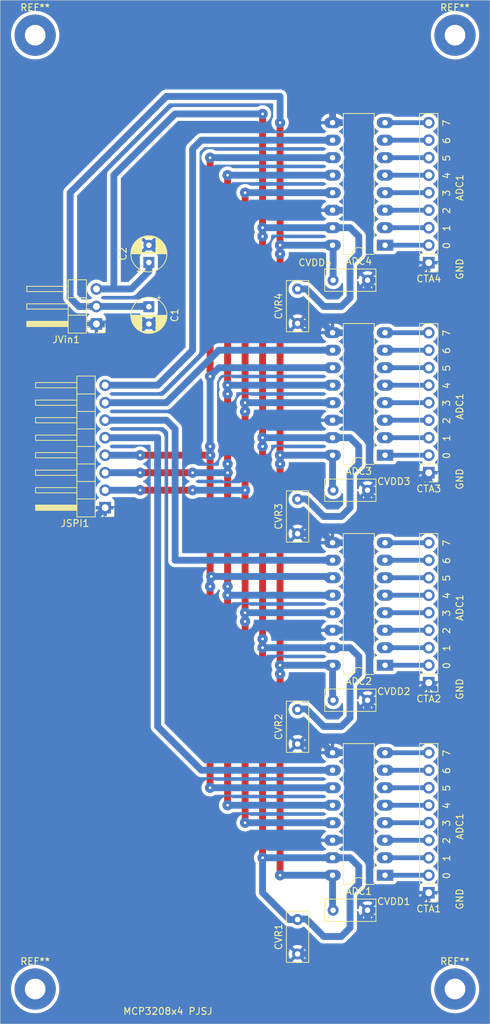
<source format=kicad_pcb>
(kicad_pcb (version 20240108) (generator "pcbnew") (generator_version "8.0")
  (layers (0 "F.Cu" signal) (31 "B.Cu" signal) (34 "B.Paste" user) (35 "F.Paste" user) (36 "B.SilkS" user "B.Silkscreen") (37 "F.SilkS" user "F.Silkscreen") (38 "B.Mask" user) (39 "F.Mask" user) (44 "Edge.Cuts" user))
  (net 0 "")
  (net 1 "/VDD")
  (net 2 "Net-(ADC1-CH7)")
  (net 3 "/Vref")
  (net 4 "Net-(ADC1-CH0)")
  (net 5 "GND")
  (net 6 "Net-(ADC1-CH5)")
  (net 7 "Net-(ADC1-CH3)")
  (net 8 "Net-(ADC1-CH6)")
  (net 9 "Net-(ADC1-CH2)")
  (net 10 "Net-(ADC1-CH1)")
  (net 11 "Net-(ADC1-CH4)")
  (net 12 "Net-(ADC2-CH1)")
  (net 13 "Net-(ADC2-CH6)")
  (net 14 "Net-(ADC2-CH4)")
  (net 15 "/CLK")
  (net 16 "/MISO")
  (net 17 "/MOSI")
  (net 18 "/CS1")
  (net 19 "Net-(ADC2-CH3)")
  (net 20 "Net-(ADC2-CH2)")
  (net 21 "Net-(ADC2-CH5)")
  (net 22 "Net-(ADC2-CH0)")
  (net 23 "Net-(ADC2-CH7)")
  (net 24 "Net-(ADC3-CH0)")
  (net 25 "/CS2")
  (net 26 "Net-(ADC3-CH5)")
  (net 27 "Net-(ADC3-CH3)")
  (net 28 "Net-(ADC3-CH2)")
  (net 29 "Net-(ADC3-CH6)")
  (net 30 "Net-(ADC3-CH1)")
  (net 31 "Net-(ADC3-CH7)")
  (net 32 "Net-(ADC3-CH4)")
  (net 33 "Net-(ADC4-CH0)")
  (net 34 "/CS3")
  (net 35 "Net-(ADC4-CH5)")
  (net 36 "Net-(ADC4-CH1)")
  (net 37 "Net-(ADC4-CH2)")
  (net 38 "Net-(ADC4-CH7)")
  (net 39 "Net-(ADC4-CH6)")
  (net 40 "Net-(ADC4-CH4)")
  (net 41 "Net-(ADC4-CH3)")
  (net 42 "/CS4")
  (footprint "Package_DIP:DIP-16_W7.62mm_LongPads" (layer "F.Cu") (at 135.89 154.94 180)
    (property "Reference" "ADC1" (at 3.81 -2.33 0) (layer "F.SilkS"))
    (property "Value" "MCP3208")
    (pad "1" thru_hole rect (at 0 0 180) (size 2.4 1.6) (drill 0.8) (layers "*.Cu" "*.Mask") (net 4 "Net-(ADC1-CH0)"))
    (pad "2" thru_hole oval (at 0 2.54 180) (size 2.4 1.6) (drill 0.8) (layers "*.Cu" "*.Mask") (net 10 "Net-(ADC1-CH1)"))
    (pad "3" thru_hole oval (at 0 5.08 180) (size 2.4 1.6) (drill 0.8) (layers "*.Cu" "*.Mask") (net 9 "Net-(ADC1-CH2)"))
    (pad "4" thru_hole oval (at 0 7.62 180) (size 2.4 1.6) (drill 0.8) (layers "*.Cu" "*.Mask") (net 7 "Net-(ADC1-CH3)"))
    (pad "5" thru_hole oval (at 0 10.16 180) (size 2.4 1.6) (drill 0.8) (layers "*.Cu" "*.Mask") (net 11 "Net-(ADC1-CH4)"))
    (pad "6" thru_hole oval (at 0 12.7 180) (size 2.4 1.6) (drill 0.8) (layers "*.Cu" "*.Mask") (net 6 "Net-(ADC1-CH5)"))
    (pad "7" thru_hole oval (at 0 15.24 180) (size 2.4 1.6) (drill 0.8) (layers "*.Cu" "*.Mask") (net 8 "Net-(ADC1-CH6)"))
    (pad "8" thru_hole oval (at 0 17.78 180) (size 2.4 1.6) (drill 0.8) (layers "*.Cu" "*.Mask") (net 2 "Net-(ADC1-CH7)"))
    (pad "9" thru_hole oval (at 7.62 17.78 180) (size 2.4 1.6) (drill 0.8) (layers "*.Cu" "*.Mask") (net 5 "GND"))
    (pad "10" thru_hole oval (at 7.62 15.24 180) (size 2.4 1.6) (drill 0.8) (layers "*.Cu" "*.Mask") (net 18 "/CS1"))
    (pad "11" thru_hole oval (at 7.62 12.7 180) (size 2.4 1.6) (drill 0.8) (layers "*.Cu" "*.Mask") (net 17 "/MOSI"))
    (pad "12" thru_hole oval (at 7.62 10.16 180) (size 2.4 1.6) (drill 0.8) (layers "*.Cu" "*.Mask") (net 16 "/MISO"))
    (pad "13" thru_hole oval (at 7.62 7.62 180) (size 2.4 1.6) (drill 0.8) (layers "*.Cu" "*.Mask") (net 15 "/CLK"))
    (pad "14" thru_hole oval (at 7.62 5.08 180) (size 2.4 1.6) (drill 0.8) (layers "*.Cu" "*.Mask") (net 5 "GND"))
    (pad "15" thru_hole oval (at 7.62 2.54 180) (size 2.4 1.6) (drill 0.8) (layers "*.Cu" "*.Mask") (net 3 "/Vref"))
    (pad "16" thru_hole oval (at 7.62 0 180) (size 2.4 1.6) (drill 0.8) (layers "*.Cu" "*.Mask") (net 1 "/VDD"))
  )
  (footprint "Package_DIP:DIP-16_W7.62mm_LongPads" (layer "F.Cu") (at 135.89 124.46 180)
    (property "Reference" "ADC2" (at 3.81 -2.33 0) (layer "F.SilkS"))
    (property "Value" "MCP3208")
    (pad "1" thru_hole rect (at 0 0 180) (size 2.4 1.6) (drill 0.8) (layers "*.Cu" "*.Mask") (net 22 "Net-(ADC2-CH0)"))
    (pad "2" thru_hole oval (at 0 2.54 180) (size 2.4 1.6) (drill 0.8) (layers "*.Cu" "*.Mask") (net 12 "Net-(ADC2-CH1)"))
    (pad "3" thru_hole oval (at 0 5.08 180) (size 2.4 1.6) (drill 0.8) (layers "*.Cu" "*.Mask") (net 20 "Net-(ADC2-CH2)"))
    (pad "4" thru_hole oval (at 0 7.62 180) (size 2.4 1.6) (drill 0.8) (layers "*.Cu" "*.Mask") (net 19 "Net-(ADC2-CH3)"))
    (pad "5" thru_hole oval (at 0 10.16 180) (size 2.4 1.6) (drill 0.8) (layers "*.Cu" "*.Mask") (net 14 "Net-(ADC2-CH4)"))
    (pad "6" thru_hole oval (at 0 12.7 180) (size 2.4 1.6) (drill 0.8) (layers "*.Cu" "*.Mask") (net 21 "Net-(ADC2-CH5)"))
    (pad "7" thru_hole oval (at 0 15.24 180) (size 2.4 1.6) (drill 0.8) (layers "*.Cu" "*.Mask") (net 13 "Net-(ADC2-CH6)"))
    (pad "8" thru_hole oval (at 0 17.78 180) (size 2.4 1.6) (drill 0.8) (layers "*.Cu" "*.Mask") (net 23 "Net-(ADC2-CH7)"))
    (pad "9" thru_hole oval (at 7.62 17.78 180) (size 2.4 1.6) (drill 0.8) (layers "*.Cu" "*.Mask") (net 5 "GND"))
    (pad "10" thru_hole oval (at 7.62 15.24 180) (size 2.4 1.6) (drill 0.8) (layers "*.Cu" "*.Mask") (net 25 "/CS2"))
    (pad "11" thru_hole oval (at 7.62 12.7 180) (size 2.4 1.6) (drill 0.8) (layers "*.Cu" "*.Mask") (net 17 "/MOSI"))
    (pad "12" thru_hole oval (at 7.62 10.16 180) (size 2.4 1.6) (drill 0.8) (layers "*.Cu" "*.Mask") (net 16 "/MISO"))
    (pad "13" thru_hole oval (at 7.62 7.62 180) (size 2.4 1.6) (drill 0.8) (layers "*.Cu" "*.Mask") (net 15 "/CLK"))
    (pad "14" thru_hole oval (at 7.62 5.08 180) (size 2.4 1.6) (drill 0.8) (layers "*.Cu" "*.Mask") (net 5 "GND"))
    (pad "15" thru_hole oval (at 7.62 2.54 180) (size 2.4 1.6) (drill 0.8) (layers "*.Cu" "*.Mask") (net 3 "/Vref"))
    (pad "16" thru_hole oval (at 7.62 0 180) (size 2.4 1.6) (drill 0.8) (layers "*.Cu" "*.Mask") (net 1 "/VDD"))
  )
  (footprint "Package_DIP:DIP-16_W7.62mm_LongPads" (layer "F.Cu") (at 135.89 93.98 180)
    (property "Reference" "ADC3" (at 3.81 -2.33 0) (layer "F.SilkS"))
    (property "Value" "MCP3208")
    (pad "1" thru_hole rect (at 0 0 180) (size 2.4 1.6) (drill 0.8) (layers "*.Cu" "*.Mask") (net 24 "Net-(ADC3-CH0)"))
    (pad "2" thru_hole oval (at 0 2.54 180) (size 2.4 1.6) (drill 0.8) (layers "*.Cu" "*.Mask") (net 30 "Net-(ADC3-CH1)"))
    (pad "3" thru_hole oval (at 0 5.08 180) (size 2.4 1.6) (drill 0.8) (layers "*.Cu" "*.Mask") (net 28 "Net-(ADC3-CH2)"))
    (pad "4" thru_hole oval (at 0 7.62 180) (size 2.4 1.6) (drill 0.8) (layers "*.Cu" "*.Mask") (net 27 "Net-(ADC3-CH3)"))
    (pad "5" thru_hole oval (at 0 10.16 180) (size 2.4 1.6) (drill 0.8) (layers "*.Cu" "*.Mask") (net 32 "Net-(ADC3-CH4)"))
    (pad "6" thru_hole oval (at 0 12.7 180) (size 2.4 1.6) (drill 0.8) (layers "*.Cu" "*.Mask") (net 26 "Net-(ADC3-CH5)"))
    (pad "7" thru_hole oval (at 0 15.24 180) (size 2.4 1.6) (drill 0.8) (layers "*.Cu" "*.Mask") (net 29 "Net-(ADC3-CH6)"))
    (pad "8" thru_hole oval (at 0 17.78 180) (size 2.4 1.6) (drill 0.8) (layers "*.Cu" "*.Mask") (net 31 "Net-(ADC3-CH7)"))
    (pad "9" thru_hole oval (at 7.62 17.78 180) (size 2.4 1.6) (drill 0.8) (layers "*.Cu" "*.Mask") (net 5 "GND"))
    (pad "10" thru_hole oval (at 7.62 15.24 180) (size 2.4 1.6) (drill 0.8) (layers "*.Cu" "*.Mask") (net 34 "/CS3"))
    (pad "11" thru_hole oval (at 7.62 12.7 180) (size 2.4 1.6) (drill 0.8) (layers "*.Cu" "*.Mask") (net 17 "/MOSI"))
    (pad "12" thru_hole oval (at 7.62 10.16 180) (size 2.4 1.6) (drill 0.8) (layers "*.Cu" "*.Mask") (net 16 "/MISO"))
    (pad "13" thru_hole oval (at 7.62 7.62 180) (size 2.4 1.6) (drill 0.8) (layers "*.Cu" "*.Mask") (net 15 "/CLK"))
    (pad "14" thru_hole oval (at 7.62 5.08 180) (size 2.4 1.6) (drill 0.8) (layers "*.Cu" "*.Mask") (net 5 "GND"))
    (pad "15" thru_hole oval (at 7.62 2.54 180) (size 2.4 1.6) (drill 0.8) (layers "*.Cu" "*.Mask") (net 3 "/Vref"))
    (pad "16" thru_hole oval (at 7.62 0 180) (size 2.4 1.6) (drill 0.8) (layers "*.Cu" "*.Mask") (net 1 "/VDD"))
  )
  (footprint "Package_DIP:DIP-16_W7.62mm_LongPads" (layer "F.Cu") (at 135.89 63.5 180)
    (property "Reference" "ADC4" (at 3.81 -2.33 0) (layer "F.SilkS"))
    (property "Value" "MCP3208")
    (pad "1" thru_hole rect (at 0 0 180) (size 2.4 1.6) (drill 0.8) (layers "*.Cu" "*.Mask") (net 33 "Net-(ADC4-CH0)"))
    (pad "2" thru_hole oval (at 0 2.54 180) (size 2.4 1.6) (drill 0.8) (layers "*.Cu" "*.Mask") (net 36 "Net-(ADC4-CH1)"))
    (pad "3" thru_hole oval (at 0 5.08 180) (size 2.4 1.6) (drill 0.8) (layers "*.Cu" "*.Mask") (net 37 "Net-(ADC4-CH2)"))
    (pad "4" thru_hole oval (at 0 7.62 180) (size 2.4 1.6) (drill 0.8) (layers "*.Cu" "*.Mask") (net 41 "Net-(ADC4-CH3)"))
    (pad "5" thru_hole oval (at 0 10.16 180) (size 2.4 1.6) (drill 0.8) (layers "*.Cu" "*.Mask") (net 40 "Net-(ADC4-CH4)"))
    (pad "6" thru_hole oval (at 0 12.7 180) (size 2.4 1.6) (drill 0.8) (layers "*.Cu" "*.Mask") (net 35 "Net-(ADC4-CH5)"))
    (pad "7" thru_hole oval (at 0 15.24 180) (size 2.4 1.6) (drill 0.8) (layers "*.Cu" "*.Mask") (net 39 "Net-(ADC4-CH6)"))
    (pad "8" thru_hole oval (at 0 17.78 180) (size 2.4 1.6) (drill 0.8) (layers "*.Cu" "*.Mask") (net 38 "Net-(ADC4-CH7)"))
    (pad "9" thru_hole oval (at 7.62 17.78 180) (size 2.4 1.6) (drill 0.8) (layers "*.Cu" "*.Mask") (net 5 "GND"))
    (pad "10" thru_hole oval (at 7.62 15.24 180) (size 2.4 1.6) (drill 0.8) (layers "*.Cu" "*.Mask") (net 42 "/CS4"))
    (pad "11" thru_hole oval (at 7.62 12.7 180) (size 2.4 1.6) (drill 0.8) (layers "*.Cu" "*.Mask") (net 17 "/MOSI"))
    (pad "12" thru_hole oval (at 7.62 10.16 180) (size 2.4 1.6) (drill 0.8) (layers "*.Cu" "*.Mask") (net 16 "/MISO"))
    (pad "13" thru_hole oval (at 7.62 7.62 180) (size 2.4 1.6) (drill 0.8) (layers "*.Cu" "*.Mask") (net 15 "/CLK"))
    (pad "14" thru_hole oval (at 7.62 5.08 180) (size 2.4 1.6) (drill 0.8) (layers "*.Cu" "*.Mask") (net 5 "GND"))
    (pad "15" thru_hole oval (at 7.62 2.54 180) (size 2.4 1.6) (drill 0.8) (layers "*.Cu" "*.Mask") (net 3 "/Vref"))
    (pad "16" thru_hole oval (at 7.62 0 180) (size 2.4 1.6) (drill 0.8) (layers "*.Cu" "*.Mask") (net 1 "/VDD"))
  )
  (footprint "Capacitor_THT:C_Rect_L7.2mm_W3.0mm_P5.00mm_FKS2_FKP2_MKS2_MKP2" (layer "F.Cu") (at 133.35 160.02 180)
    (property "Reference" "CVDD1" (at -3.81 1.27 0) (layer "F.SilkS"))
    (property "Value" "100n")
    (pad "1" thru_hole circle (at 0 0 180) (size 1.6 1.6) (drill 0.8) (layers "*.Cu" "*.Mask") (net 5 "GND"))
    (pad "2" thru_hole circle (at 5 0 180) (size 1.6 1.6) (drill 0.8) (layers "*.Cu" "*.Mask") (net 1 "/VDD"))
  )
  (footprint "Capacitor_THT:C_Rect_L7.2mm_W3.0mm_P5.00mm_FKS2_FKP2_MKS2_MKP2" (layer "F.Cu") (at 133.35 129.54 180)
    (property "Reference" "CVDD2" (at -3.81 1.27 0) (layer "F.SilkS"))
    (property "Value" "100n")
    (pad "1" thru_hole circle (at 0 0 180) (size 1.6 1.6) (drill 0.8) (layers "*.Cu" "*.Mask") (net 5 "GND"))
    (pad "2" thru_hole circle (at 5 0 180) (size 1.6 1.6) (drill 0.8) (layers "*.Cu" "*.Mask") (net 1 "/VDD"))
  )
  (footprint "Capacitor_THT:C_Rect_L7.2mm_W3.0mm_P5.00mm_FKS2_FKP2_MKS2_MKP2" (layer "F.Cu") (at 133.35 99.06 180)
    (property "Reference" "CVDD3" (at -3.81 1.27 0) (layer "F.SilkS"))
    (property "Value" "100n")
    (pad "1" thru_hole circle (at 0 0 180) (size 1.6 1.6) (drill 0.8) (layers "*.Cu" "*.Mask") (net 5 "GND"))
    (pad "2" thru_hole circle (at 5 0 180) (size 1.6 1.6) (drill 0.8) (layers "*.Cu" "*.Mask") (net 1 "/VDD"))
  )
  (footprint "Capacitor_THT:C_Rect_L7.2mm_W3.0mm_P5.00mm_FKS2_FKP2_MKS2_MKP2" (layer "F.Cu") (at 133.35 68.58 180)
    (property "Reference" "CVDD4" (at 7.62 2.54 0) (layer "F.SilkS"))
    (property "Value" "100n")
    (pad "1" thru_hole circle (at 0 0 180) (size 1.6 1.6) (drill 0.8) (layers "*.Cu" "*.Mask") (net 5 "GND"))
    (pad "2" thru_hole circle (at 5 0 180) (size 1.6 1.6) (drill 0.8) (layers "*.Cu" "*.Mask") (net 1 "/VDD"))
  )
  (footprint "Capacitor_THT:C_Rect_L7.2mm_W3.0mm_P5.00mm_FKS2_FKP2_MKS2_MKP2" (layer "F.Cu") (at 123.19 135.89 90)
    (property "Reference" "CVR2" (at 2.5 -2.75 90) (layer "F.SilkS"))
    (property "Value" "100n")
    (pad "1" thru_hole circle (at 0 0 90) (size 1.6 1.6) (drill 0.8) (layers "*.Cu" "*.Mask") (net 5 "GND"))
    (pad "2" thru_hole circle (at 5 0 90) (size 1.6 1.6) (drill 0.8) (layers "*.Cu" "*.Mask") (net 3 "/Vref"))
  )
  (footprint "Capacitor_THT:C_Rect_L7.2mm_W3.0mm_P5.00mm_FKS2_FKP2_MKS2_MKP2" (layer "F.Cu") (at 123.19 105.37 90)
    (property "Reference" "CVR3" (at 2.5 -2.75 90) (layer "F.SilkS"))
    (property "Value" "100n")
    (pad "1" thru_hole circle (at 0 0 90) (size 1.6 1.6) (drill 0.8) (layers "*.Cu" "*.Mask") (net 5 "GND"))
    (pad "2" thru_hole circle (at 5 0 90) (size 1.6 1.6) (drill 0.8) (layers "*.Cu" "*.Mask") (net 3 "/Vref"))
  )
  (footprint "Capacitor_THT:C_Rect_L7.2mm_W3.0mm_P5.00mm_FKS2_FKP2_MKS2_MKP2" (layer "F.Cu") (at 123.19 74.85 90)
    (property "Reference" "CVR4" (at 2.5 -2.75 90) (layer "F.SilkS"))
    (property "Value" "100n")
    (pad "1" thru_hole circle (at 0 0 90) (size 1.6 1.6) (drill 0.8) (layers "*.Cu" "*.Mask") (net 5 "GND"))
    (pad "2" thru_hole circle (at 5 0 90) (size 1.6 1.6) (drill 0.8) (layers "*.Cu" "*.Mask") (net 3 "/Vref"))
  )
  (footprint "Capacitor_THT:C_Rect_L7.2mm_W3.0mm_P5.00mm_FKS2_FKP2_MKS2_MKP2" (layer "F.Cu") (at 123.19 166.37 90)
    (property "Reference" "CVR1" (at 2.5 -2.75 90) (layer "F.SilkS"))
    (property "Value" "100n")
    (pad "1" thru_hole circle (at 0 0 90) (size 1.6 1.6) (drill 0.8) (layers "*.Cu" "*.Mask") (net 5 "GND"))
    (pad "2" thru_hole circle (at 5 0 90) (size 1.6 1.6) (drill 0.8) (layers "*.Cu" "*.Mask") (net 3 "/Vref"))
  )
  (footprint "Connector_PinHeader_2.54mm:PinHeader_1x09_P2.54mm_Vertical" (layer "F.Cu") (at 142.24 157.48 180)
    (property "Reference" "CTA1" (at 0 -2.33 180) (layer "F.SilkS"))
    (property "Value" "Conn_01x09")
    (pad "1" thru_hole rect (at 0 0 180) (size 1.7 1.7) (drill 1) (layers "*.Cu" "*.Mask") (net 5 "GND"))
    (pad "2" thru_hole oval (at 0 2.54 180) (size 1.7 1.7) (drill 1) (layers "*.Cu" "*.Mask") (net 4 "Net-(ADC1-CH0)"))
    (pad "3" thru_hole oval (at 0 5.08 180) (size 1.7 1.7) (drill 1) (layers "*.Cu" "*.Mask") (net 10 "Net-(ADC1-CH1)"))
    (pad "4" thru_hole oval (at 0 7.62 180) (size 1.7 1.7) (drill 1) (layers "*.Cu" "*.Mask") (net 9 "Net-(ADC1-CH2)"))
    (pad "5" thru_hole oval (at 0 10.16 180) (size 1.7 1.7) (drill 1) (layers "*.Cu" "*.Mask") (net 7 "Net-(ADC1-CH3)"))
    (pad "6" thru_hole oval (at 0 12.7 180) (size 1.7 1.7) (drill 1) (layers "*.Cu" "*.Mask") (net 11 "Net-(ADC1-CH4)"))
    (pad "7" thru_hole oval (at 0 15.24 180) (size 1.7 1.7) (drill 1) (layers "*.Cu" "*.Mask") (net 6 "Net-(ADC1-CH5)"))
    (pad "8" thru_hole oval (at 0 17.78 180) (size 1.7 1.7) (drill 1) (layers "*.Cu" "*.Mask") (net 8 "Net-(ADC1-CH6)"))
    (pad "9" thru_hole oval (at 0 20.32 180) (size 1.7 1.7) (drill 1) (layers "*.Cu" "*.Mask") (net 2 "Net-(ADC1-CH7)"))
  )
  (footprint "Connector_PinHeader_2.54mm:PinHeader_1x09_P2.54mm_Vertical" (layer "F.Cu") (at 142.24 127 180)
    (property "Reference" "CTA2" (at 0 -2.33 180) (layer "F.SilkS"))
    (property "Value" "Conn_01x09")
    (pad "1" thru_hole rect (at 0 0 180) (size 1.7 1.7) (drill 1) (layers "*.Cu" "*.Mask") (net 5 "GND"))
    (pad "2" thru_hole oval (at 0 2.54 180) (size 1.7 1.7) (drill 1) (layers "*.Cu" "*.Mask") (net 22 "Net-(ADC2-CH0)"))
    (pad "3" thru_hole oval (at 0 5.08 180) (size 1.7 1.7) (drill 1) (layers "*.Cu" "*.Mask") (net 12 "Net-(ADC2-CH1)"))
    (pad "4" thru_hole oval (at 0 7.62 180) (size 1.7 1.7) (drill 1) (layers "*.Cu" "*.Mask") (net 20 "Net-(ADC2-CH2)"))
    (pad "5" thru_hole oval (at 0 10.16 180) (size 1.7 1.7) (drill 1) (layers "*.Cu" "*.Mask") (net 19 "Net-(ADC2-CH3)"))
    (pad "6" thru_hole oval (at 0 12.7 180) (size 1.7 1.7) (drill 1) (layers "*.Cu" "*.Mask") (net 14 "Net-(ADC2-CH4)"))
    (pad "7" thru_hole oval (at 0 15.24 180) (size 1.7 1.7) (drill 1) (layers "*.Cu" "*.Mask") (net 21 "Net-(ADC2-CH5)"))
    (pad "8" thru_hole oval (at 0 17.78 180) (size 1.7 1.7) (drill 1) (layers "*.Cu" "*.Mask") (net 13 "Net-(ADC2-CH6)"))
    (pad "9" thru_hole oval (at 0 20.32 180) (size 1.7 1.7) (drill 1) (layers "*.Cu" "*.Mask") (net 23 "Net-(ADC2-CH7)"))
  )
  (footprint "Connector_PinHeader_2.54mm:PinHeader_1x09_P2.54mm_Vertical" (layer "F.Cu") (at 142.24 96.52 180)
    (property "Reference" "CTA3" (at 0 -2.33 180) (layer "F.SilkS"))
    (property "Value" "Conn_01x09")
    (pad "1" thru_hole rect (at 0 0 180) (size 1.7 1.7) (drill 1) (layers "*.Cu" "*.Mask") (net 5 "GND"))
    (pad "2" thru_hole oval (at 0 2.54 180) (size 1.7 1.7) (drill 1) (layers "*.Cu" "*.Mask") (net 24 "Net-(ADC3-CH0)"))
    (pad "3" thru_hole oval (at 0 5.08 180) (size 1.7 1.7) (drill 1) (layers "*.Cu" "*.Mask") (net 30 "Net-(ADC3-CH1)"))
    (pad "4" thru_hole oval (at 0 7.62 180) (size 1.7 1.7) (drill 1) (layers "*.Cu" "*.Mask") (net 28 "Net-(ADC3-CH2)"))
    (pad "5" thru_hole oval (at 0 10.16 180) (size 1.7 1.7) (drill 1) (layers "*.Cu" "*.Mask") (net 27 "Net-(ADC3-CH3)"))
    (pad "6" thru_hole oval (at 0 12.7 180) (size 1.7 1.7) (drill 1) (layers "*.Cu" "*.Mask") (net 32 "Net-(ADC3-CH4)"))
    (pad "7" thru_hole oval (at 0 15.24 180) (size 1.7 1.7) (drill 1) (layers "*.Cu" "*.Mask") (net 26 "Net-(ADC3-CH5)"))
    (pad "8" thru_hole oval (at 0 17.78 180) (size 1.7 1.7) (drill 1) (layers "*.Cu" "*.Mask") (net 29 "Net-(ADC3-CH6)"))
    (pad "9" thru_hole oval (at 0 20.32 180) (size 1.7 1.7) (drill 1) (layers "*.Cu" "*.Mask") (net 31 "Net-(ADC3-CH7)"))
  )
  (footprint "Connector_PinHeader_2.54mm:PinHeader_1x09_P2.54mm_Vertical" (layer "F.Cu") (at 142.24 66.04 180)
    (property "Reference" "CTA4" (at 0 -2.33 180) (layer "F.SilkS"))
    (property "Value" "Conn_01x09")
    (pad "1" thru_hole rect (at 0 0 180) (size 1.7 1.7) (drill 1) (layers "*.Cu" "*.Mask") (net 5 "GND"))
    (pad "2" thru_hole oval (at 0 2.54 180) (size 1.7 1.7) (drill 1) (layers "*.Cu" "*.Mask") (net 33 "Net-(ADC4-CH0)"))
    (pad "3" thru_hole oval (at 0 5.08 180) (size 1.7 1.7) (drill 1) (layers "*.Cu" "*.Mask") (net 36 "Net-(ADC4-CH1)"))
    (pad "4" thru_hole oval (at 0 7.62 180) (size 1.7 1.7) (drill 1) (layers "*.Cu" "*.Mask") (net 37 "Net-(ADC4-CH2)"))
    (pad "5" thru_hole oval (at 0 10.16 180) (size 1.7 1.7) (drill 1) (layers "*.Cu" "*.Mask") (net 41 "Net-(ADC4-CH3)"))
    (pad "6" thru_hole oval (at 0 12.7 180) (size 1.7 1.7) (drill 1) (layers "*.Cu" "*.Mask") (net 40 "Net-(ADC4-CH4)"))
    (pad "7" thru_hole oval (at 0 15.24 180) (size 1.7 1.7) (drill 1) (layers "*.Cu" "*.Mask") (net 35 "Net-(ADC4-CH5)"))
    (pad "8" thru_hole oval (at 0 17.78 180) (size 1.7 1.7) (drill 1) (layers "*.Cu" "*.Mask") (net 39 "Net-(ADC4-CH6)"))
    (pad "9" thru_hole oval (at 0 20.32 180) (size 1.7 1.7) (drill 1) (layers "*.Cu" "*.Mask") (net 38 "Net-(ADC4-CH7)"))
  )
  (footprint "MountingHole:MountingHole_3mm_Pad" (layer "F.Cu") (at 146.05 171.45)
    (property "Reference" "REF**" (at 0 -4 0) (layer "F.SilkS"))
    (property "Value" "MountingHole_3mm_Pad")
    (pad "1" thru_hole circle (at 0 0) (size 6 6) (drill 3) (layers "*.Cu" "*.Mask"))
  )
  (footprint "MountingHole:MountingHole_3mm_Pad" (layer "F.Cu") (at 146.05 33.02)
    (property "Reference" "REF**" (at 0 -4 0) (layer "F.SilkS"))
    (property "Value" "MountingHole_3mm_Pad")
    (pad "1" thru_hole circle (at 0 0) (size 6 6) (drill 3) (layers "*.Cu" "*.Mask"))
  )
  (footprint "MountingHole:MountingHole_3mm_Pad" (layer "F.Cu") (at 85.09 33.02)
    (property "Reference" "REF**" (at 0 -4 0) (layer "F.SilkS"))
    (property "Value" "MountingHole_3mm_Pad")
    (pad "1" thru_hole circle (at 0 0) (size 6 6) (drill 3) (layers "*.Cu" "*.Mask"))
  )
  (footprint "MountingHole:MountingHole_3mm_Pad" (layer "F.Cu") (at 85.09 171.45)
    (property "Reference" "REF**" (at 0 -4 0) (layer "F.SilkS"))
    (property "Value" "MountingHole_3mm_Pad")
    (pad "1" thru_hole circle (at 0 0) (size 6 6) (drill 3) (layers "*.Cu" "*.Mask"))
  )
  (footprint "Capacitor_THT:CP_Radial_D5.0mm_P2.50mm" (layer "F.Cu") (at 101.6 72.43 -90)
    (property "Reference" "C1" (at 1.25 -3.75 90) (layer "F.SilkS"))
    (property "Value" "C_Polarized")
    (pad "1" thru_hole rect (at 0 0 270) (size 1.6 1.6) (drill 0.8) (layers "*.Cu" "*.Mask") (net 1 "/VDD"))
    (pad "2" thru_hole circle (at 2.5 0 270) (size 1.6 1.6) (drill 0.8) (layers "*.Cu" "*.Mask") (net 5 "GND"))
  )
  (footprint "Connector_PinHeader_2.54mm:PinHeader_1x08_P2.54mm_Horizontal" (layer "F.Cu") (at 95.25 101.6 180)
    (property "Reference" "JSPI1" (at 4.385 -2.27 0) (layer "F.SilkS"))
    (property "Value" "Conn_01x08")
    (pad "1" thru_hole rect (at 0 0 180) (size 1.7 1.7) (drill 1) (layers "*.Cu" "*.Mask") (net 5 "GND"))
    (pad "2" thru_hole oval (at 0 2.54 180) (size 1.7 1.7) (drill 1) (layers "*.Cu" "*.Mask") (net 15 "/CLK"))
    (pad "3" thru_hole oval (at 0 5.08 180) (size 1.7 1.7) (drill 1) (layers "*.Cu" "*.Mask") (net 16 "/MISO"))
    (pad "4" thru_hole oval (at 0 7.62 180) (size 1.7 1.7) (drill 1) (layers "*.Cu" "*.Mask") (net 17 "/MOSI"))
    (pad "5" thru_hole oval (at 0 10.16 180) (size 1.7 1.7) (drill 1) (layers "*.Cu" "*.Mask") (net 18 "/CS1"))
    (pad "6" thru_hole oval (at 0 12.7 180) (size 1.7 1.7) (drill 1) (layers "*.Cu" "*.Mask") (net 25 "/CS2"))
    (pad "7" thru_hole oval (at 0 15.24 180) (size 1.7 1.7) (drill 1) (layers "*.Cu" "*.Mask") (net 34 "/CS3"))
    (pad "8" thru_hole oval (at 0 17.78 180) (size 1.7 1.7) (drill 1) (layers "*.Cu" "*.Mask") (net 42 "/CS4"))
  )
  (footprint "Connector_PinHeader_2.54mm:PinHeader_1x03_P2.54mm_Horizontal" (layer "F.Cu") (at 93.98 74.93 180)
    (property "Reference" "JVin1" (at 4.385 -2.27 0) (layer "F.SilkS"))
    (property "Value" "Conn_01x03")
    (pad "1" thru_hole rect (at 0 0 180) (size 1.7 1.7) (drill 1) (layers "*.Cu" "*.Mask") (net 5 "GND"))
    (pad "2" thru_hole oval (at 0 2.54 180) (size 1.7 1.7) (drill 1) (layers "*.Cu" "*.Mask") (net 1 "/VDD"))
    (pad "3" thru_hole oval (at 0 5.08 180) (size 1.7 1.7) (drill 1) (layers "*.Cu" "*.Mask") (net 3 "/Vref"))
  )
  (footprint "Capacitor_THT:CP_Radial_D5.0mm_P2.50mm" (layer "F.Cu") (at 101.6 66 90)
    (property "Reference" "C2" (at 1.25 -3.75 90) (layer "F.SilkS"))
    (property "Value" "C_Polarized")
    (pad "1" thru_hole rect (at 0 0 90) (size 1.6 1.6) (drill 0.8) (layers "*.Cu" "*.Mask") (net 3 "/Vref"))
    (pad "2" thru_hole circle (at 2.5 0 90) (size 1.6 1.6) (drill 0.8) (layers "*.Cu" "*.Mask") (net 5 "GND"))
  )
  (gr_rect (start 80.01 27.94) (end 151.13 176.53) (stroke (width 0.05)) (fill none) (layer "Edge.Cuts"))
  (gr_text "0" (at 145.415 94.615 90) (layer "F.SilkS") (effects (font (size 1 1)) (justify left bottom)))
  (gr_text "5" (at 145.415 51.435 90) (layer "F.SilkS") (effects (font (size 1 1)) (justify left bottom)))
  (gr_text "7" (at 145.415 137.795 90) (layer "F.SilkS") (effects (font (size 1 1)) (justify left bottom)))
  (gr_text "1" (at 145.415 92.075 90) (layer "F.SilkS") (effects (font (size 1 1)) (justify left bottom)))
  (gr_text "0" (at 145.415 64.135 90) (layer "F.SilkS") (effects (font (size 1 1)) (justify left bottom)))
  (gr_text "1" (at 145.415 61.595 90) (layer "F.SilkS") (effects (font (size 1 1)) (justify left bottom)))
  (gr_text "4" (at 145.415 145.415 90) (layer "F.SilkS") (effects (font (size 1 1)) (justify left bottom)))
  (gr_text "MCP3208x4 PJSJ" (at 97.79 175.26 0) (layer "F.SilkS") (effects (font (size 1 1)) (justify left bottom)))
  (gr_text "ADC1\n" (at 147.32 57.15 90) (layer "F.SilkS") (effects (font (size 1 1)) (justify left bottom)))
  (gr_text "7" (at 145.415 107.315 90) (layer "F.SilkS") (effects (font (size 1 1)) (justify left bottom)))
  (gr_text "7" (at 145.415 76.835 90) (layer "F.SilkS") (effects (font (size 1 1)) (justify left bottom)))
  (gr_text "GND" (at 147.32 68.58 90) (layer "F.SilkS") (effects (font (size 1 1)) (justify left bottom)))
  (gr_text "1" (at 145.415 122.555 90) (layer "F.SilkS") (effects (font (size 1 1)) (justify left bottom)))
  (gr_text "ADC1\n" (at 147.32 88.9 90) (layer "F.SilkS") (effects (font (size 1 1)) (justify left bottom)))
  (gr_text "3" (at 145.415 147.955 90) (layer "F.SilkS") (effects (font (size 1 1)) (justify left bottom)))
  (gr_text "0" (at 145.415 125.095 90) (layer "F.SilkS") (effects (font (size 1 1)) (justify left bottom)))
  (gr_text "6" (at 145.415 79.375 90) (layer "F.SilkS") (effects (font (size 1 1)) (justify left bottom)))
  (gr_text "2" (at 145.415 59.055 90) (layer "F.SilkS") (effects (font (size 1 1)) (justify left bottom)))
  (gr_text "GND" (at 147.32 99.06 90) (layer "F.SilkS") (effects (font (size 1 1)) (justify left bottom)))
  (gr_text "4" (at 145.415 84.455 90) (layer "F.SilkS") (effects (font (size 1 1)) (justify left bottom)))
  (gr_text "6" (at 145.415 48.895 90) (layer "F.SilkS") (effects (font (size 1 1)) (justify left bottom)))
  (gr_text "0" (at 145.415 155.575 90) (layer "F.SilkS") (effects (font (size 1 1)) (justify left bottom)))
  (gr_text "4" (at 145.415 114.935 90) (layer "F.SilkS") (effects (font (size 1 1)) (justify left bottom)))
  (gr_text "5" (at 145.415 81.915 90) (layer "F.SilkS") (effects (font (size 1 1)) (justify left bottom)))
  (gr_text "3" (at 145.415 86.995 90) (layer "F.SilkS") (effects (font (size 1 1)) (justify left bottom)))
  (gr_text "4" (at 145.415 53.975 90) (layer "F.SilkS") (effects (font (size 1 1)) (justify left bottom)))
  (gr_text "7" (at 145.415 46.355 90) (layer "F.SilkS") (effects (font (size 1 1)) (justify left bottom)))
  (gr_text "1" (at 145.415 153.035 90) (layer "F.SilkS") (effects (font (size 1 1)) (justify left bottom)))
  (gr_text "5" (at 145.415 112.395 90) (layer "F.SilkS") (effects (font (size 1 1)) (justify left bottom)))
  (gr_text "GND" (at 147.32 129.54 90) (layer "F.SilkS") (effects (font (size 1 1)) (justify left bottom)))
  (gr_text "3" (at 145.415 56.515 90) (layer "F.SilkS") (effects (font (size 1 1)) (justify left bottom)))
  (gr_text "6" (at 145.415 109.855 90) (layer "F.SilkS") (effects (font (size 1 1)) (justify left bottom)))
  (gr_text "5" (at 145.415 142.875 90) (layer "F.SilkS") (effects (font (size 1 1)) (justify left bottom)))
  (gr_text "3" (at 145.415 117.475 90) (layer "F.SilkS") (effects (font (size 1 1)) (justify left bottom)))
  (gr_text "2" (at 145.415 89.535 90) (layer "F.SilkS") (effects (font (size 1 1)) (justify left bottom)))
  (gr_text "2" (at 145.415 150.495 90) (layer "F.SilkS") (effects (font (size 1 1)) (justify left bottom)))
  (gr_text "2" (at 145.415 120.015 90) (layer "F.SilkS") (effects (font (size 1 1)) (justify left bottom)))
  (gr_text "ADC1\n" (at 147.32 118.11 90) (layer "F.SilkS") (effects (font (size 1 1)) (justify left bottom)))
  (gr_text "6" (at 145.415 140.335 90) (layer "F.SilkS") (effects (font (size 1 1)) (justify left bottom)))
  (gr_text "GND" (at 147.32 160.02 90) (layer "F.SilkS") (effects (font (size 1 1)) (justify left bottom)))
  (gr_text "ADC1\n" (at 147.32 149.86 90) (layer "F.SilkS") (effects (font (size 1 1)) (justify left bottom)))
  (segment (start 120.65 125.73) (end 120.65 154.94) (width 1) (layer "F.Cu") (net 1))
  (segment (start 120.65 64.77) (end 120.65 93.98) (width 1) (layer "F.Cu") (net 1))
  (segment (start 120.65 45.72) (end 120.65 63.5) (width 1) (layer "F.Cu") (net 1))
  (segment (start 120.65 95.25) (end 120.65 124.46) (width 1) (layer "F.Cu") (net 1))
  (via (at 120.65 63.5) (size 1.5) (drill 0.4) (layers "F.Cu" "B.Cu") (net 1))
  (via (at 120.65 154.94) (size 1.5) (drill 0.4) (layers "F.Cu" "B.Cu") (net 1))
  (via (at 120.65 125.73) (size 1.5) (drill 0.4) (layers "F.Cu" "B.Cu") (net 1))
  (via (at 120.65 93.98) (size 1.5) (drill 0.4) (layers "F.Cu" "B.Cu") (net 1))
  (via (at 120.65 64.77) (size 1.5) (drill 0.4) (layers "F.Cu" "B.Cu") (net 1))
  (via (at 120.65 124.46) (size 1.5) (drill 0.4) (layers "F.Cu" "B.Cu") (net 1))
  (via (at 120.65 45.72) (size 1.5) (drill 0.4) (layers "F.Cu" "B.Cu") (net 1))
  (via (at 120.65 95.25) (size 1.5) (drill 0.4) (layers "F.Cu" "B.Cu") (net 1))
  (segment (start 128.27 124.46) (end 128.27 129.46) (width 1) (layer "B.Cu") (net 1))
  (segment (start 128.27 154.94) (end 128.27 159.94) (width 1) (layer "B.Cu") (net 1))
  (segment (start 128.27 154.94) (end 120.65 154.94) (width 1) (layer "B.Cu") (net 1))
  (segment (start 90.17 55.88) (end 104.14 41.91) (width 1) (layer "B.Cu") (net 1))
  (segment (start 128.27 93.98) (end 128.27 98.98) (width 1) (layer "B.Cu") (net 1))
  (segment (start 120.65 63.5) (end 120.65 64.77) (width 1) (layer "B.Cu") (net 1))
  (segment (start 93.98 72.39) (end 101.56 72.39) (width 1) (layer "B.Cu") (net 1))
  (segment (start 128.35 63.58) (end 128.27 63.5) (width 1) (layer "B.Cu") (net 1))
  (segment (start 104.14 41.91) (end 120.65 41.91) (width 1) (layer "B.Cu") (net 1))
  (segment (start 128.35 68.58) (end 128.35 63.58) (width 1) (layer "B.Cu") (net 1))
  (segment (start 128.27 98.98) (end 128.35 99.06) (width 1) (layer "B.Cu") (net 1))
  (segment (start 90.17 71.12) (end 90.17 55.88) (width 1) (layer "B.Cu") (net 1))
  (segment (start 120.65 41.91) (end 120.65 45.72) (width 1) (layer "B.Cu") (net 1))
  (segment (start 128.27 159.94) (end 128.35 160.02) (width 1) (layer "B.Cu") (net 1))
  (segment (start 128.35 99.06) (end 128.27 99.06) (width 1) (layer "B.Cu") (net 1))
  (segment (start 93.98 72.39) (end 91.44 72.39) (width 1) (layer "B.Cu") (net 1))
  (segment (start 128.27 129.46) (end 128.35 129.54) (width 1) (layer "B.Cu") (net 1))
  (segment (start 120.65 124.46) (end 120.65 125.73) (width 1) (layer "B.Cu") (net 1))
  (segment (start 120.65 124.46) (end 128.27 124.46) (width 1) (layer "B.Cu") (net 1))
  (segment (start 128.27 63.5) (end 120.65 63.5) (width 1) (layer "B.Cu") (net 1))
  (segment (start 91.44 72.39) (end 90.17 71.12) (width 1) (layer "B.Cu") (net 1))
  (segment (start 120.65 93.98) (end 128.27 93.98) (width 1) (layer "B.Cu") (net 1))
  (segment (start 101.56 72.39) (end 101.6 72.43) (width 1) (layer "B.Cu") (net 1))
  (segment (start 120.65 93.98) (end 120.65 95.25) (width 1) (layer "B.Cu") (net 1))
  (segment (start 135.89 137.16) (end 142.24 137.16) (width 0.7) (layer "B.Cu") (net 2))
  (segment (start 118.11 152.4) (end 118.11 121.92) (width 1) (layer "F.Cu") (net 3))
  (segment (start 118.11 120.65) (end 118.11 92.71) (width 1) (layer "F.Cu") (net 3))
  (segment (start 118.11 62.23) (end 118.11 91.44) (width 1) (layer "F.Cu") (net 3))
  (segment (start 118.11 44.45) (end 118.11 60.96) (width 1) (layer "F.Cu") (net 3))
  (via (at 118.11 121.92) (size 1.5) (drill 0.4) (layers "F.Cu" "B.Cu") (net 3))
  (via (at 118.11 152.4) (size 1.5) (drill 0.4) (layers "F.Cu" "B.Cu") (net 3))
  (via (at 118.11 92.71) (size 1.5) (drill 0.4) (layers "F.Cu" "B.Cu") (net 3))
  (via (at 118.11 62.23) (size 1.5) (drill 0.4) (layers "F.Cu" "B.Cu") (net 3))
  (via (at 118.11 120.65) (size 1.5) (drill 0.4) (layers "F.Cu" "B.Cu") (net 3))
  (via (at 118.11 91.44) (size 1.5) (drill 0.4) (layers "F.Cu" "B.Cu") (net 3))
  (via (at 118.11 44.45) (size 1.5) (drill 0.4) (layers "F.Cu" "B.Cu") (net 3))
  (via (at 118.11 60.96) (size 1.5) (drill 0.4) (layers "F.Cu" "B.Cu") (net 3))
  (segment (start 124.46 100.33) (end 123.19 100.33) (width 1) (layer "B.Cu") (net 3))
  (segment (start 130.81 127) (end 132.08 125.73) (width 1) (layer "B.Cu") (net 3))
  (segment (start 132.08 156.21) (end 132.08 153.67) (width 1) (layer "B.Cu") (net 3))
  (segment (start 132.08 62.23) (end 130.81 60.96) (width 1) (layer "B.Cu") (net 3))
  (segment (start 130.81 71.12) (end 129.54 72.39) (width 1) (layer "B.Cu") (net 3))
  (segment (start 130.81 96.52) (end 132.08 95.25) (width 1) (layer "B.Cu") (net 3))
  (segment (start 130.81 121.92) (end 128.27 121.92) (width 1) (layer "B.Cu") (net 3))
  (segment (start 122 161.37) (end 123.19 161.37) (width 1) (layer "B.Cu") (net 3))
  (segment (start 124.46 161.29) (end 123.19 161.29) (width 1) (layer "B.Cu") (net 3))
  (segment (start 118.11 60.96) (end 125.73 60.96) (width 1) (layer "B.Cu") (net 3))
  (segment (start 118.11 121.92) (end 118.11 120.65) (width 1) (layer "B.Cu") (net 3))
  (segment (start 130.81 66.04) (end 132.08 64.77) (width 1) (layer "B.Cu") (net 3))
  (segment (start 127 133.35) (end 124.46 130.81) (width 1) (layer "B.Cu") (net 3))
  (segment (start 118.11 157.48) (end 122 161.37) (width 1) (layer "B.Cu") (net 3))
  (segment (start 132.08 64.77) (end 132.08 62.23) (width 1) (layer "B.Cu") (net 3))
  (segment (start 118.11 121.92) (end 128.27 121.92) (width 1) (layer "B.Cu") (net 3))
  (segment (start 130.81 157.48) (end 132.08 156.21) (width 1) (layer "B.Cu") (net 3))
  (segment (start 101.6 67.31) (end 101.6 66) (width 1) (layer "B.Cu") (net 3))
  (segment (start 130.81 101.6) (end 129.54 102.87) (width 1) (layer "B.Cu") (net 3))
  (segment (start 127 102.87) (end 124.46 100.33) (width 1) (layer "B.Cu") (net 3))
  (segment (start 132.08 95.25) (end 132.08 92.71) (width 1) (layer "B.Cu") (net 3))
  (segment (start 132.08 153.67) (end 130.81 152.4) (width 1) (layer "B.Cu") (net 3))
  (segment (start 105.41 44.45) (end 118.11 44.45) (width 1) (layer "B.Cu") (net 3))
  (segment (start 127 72.39) (end 124.46 69.85) (width 1) (layer "B.Cu") (net 3))
  (segment (start 124.46 130.81) (end 123.19 130.81) (width 1) (layer "B.Cu") (net 3))
  (segment (start 132.08 125.73) (end 132.08 123.19) (width 1) (layer "B.Cu") (net 3))
  (segment (start 129.54 133.35) (end 127 133.35) (width 1) (layer "B.Cu") (net 3))
  (segment (start 130.81 132.08) (end 129.54 133.35) (width 1) (layer "B.Cu") (net 3))
  (segment (start 130.81 60.96) (end 128.27 60.96) (width 1) (layer "B.Cu") (net 3))
  (segment (start 96.52 53.34) (end 105.41 44.45) (width 1) (layer "B.Cu") (net 3))
  (segment (start 130.81 162.56) (end 129.54 163.83) (width 1) (layer "B.Cu") (net 3))
  (segment (start 128.27 152.4) (end 118.11 152.4) (width 1) (layer "B.Cu") (net 3))
  (segment (start 127 163.83) (end 124.46 161.29) (width 1) (layer "B.Cu") (net 3))
  (segment (start 125.73 60.96) (end 128.27 60.96) (width 1) (layer "B.Cu") (net 3))
  (segment (start 129.54 163.83) (end 127 163.83) (width 1) (layer "B.Cu") (net 3))
  (segment (start 96.52 69.85) (end 99.06 69.85) (width 1) (layer "B.Cu") (net 3))
  (segment (start 129.54 102.87) (end 127 102.87) (width 1) (layer "B.Cu") (net 3))
  (segment (start 96.52 69.85) (end 96.52 53.34) (width 1) (layer "B.Cu") (net 3))
  (segment (start 132.08 92.71) (end 130.81 91.44) (width 1) (layer "B.Cu") (net 3))
  (segment (start 124.46 69.85) (end 123.19 69.85) (width 1) (layer "B.Cu") (net 3))
  (segment (start 99.06 69.85) (end 101.6 67.31) (width 1) (layer "B.Cu") (net 3))
  (segment (start 129.54 72.39) (end 127 72.39) (width 1) (layer "B.Cu") (net 3))
  (segment (start 93.98 69.85) (end 96.52 69.85) (width 1) (layer "B.Cu") (net 3))
  (segment (start 118.11 91.44) (end 128.27 91.44) (width 1) (layer "B.Cu") (net 3))
  (segment (start 130.81 157.48) (end 130.81 162.56) (width 1) (layer "B.Cu") (net 3))
  (segment (start 118.11 92.71) (end 118.11 91.44) (width 1) (layer "B.Cu") (net 3))
  (segment (start 130.81 91.44) (end 128.27 91.44) (width 1) (layer "B.Cu") (net 3))
  (segment (start 130.81 152.4) (end 128.27 152.4) (width 1) (layer "B.Cu") (net 3))
  (segment (start 130.81 96.52) (end 130.81 101.6) (width 1) (layer "B.Cu") (net 3))
  (segment (start 132.08 123.19) (end 130.81 121.92) (width 1) (layer "B.Cu") (net 3))
  (segment (start 130.81 127) (end 130.81 132.08) (width 1) (layer "B.Cu") (net 3))
  (segment (start 130.81 66.04) (end 130.81 71.12) (width 1) (layer "B.Cu") (net 3))
  (segment (start 118.11 62.23) (end 118.11 60.96) (width 1) (layer "B.Cu") (net 3))
  (segment (start 118.11 152.4) (end 118.11 157.48) (width 1) (layer "B.Cu") (net 3))
  (segment (start 142.24 154.94) (end 135.89 154.94) (width 0.7) (layer "B.Cu") (net 4))
  (segment (start 105.41 63.5) (end 101.6 63.5) (width 1) (layer "B.Cu") (net 5))
  (segment (start 127 135.89) (end 128.27 137.16) (width 1) (layer "B.Cu") (net 5))
  (segment (start 148.59 43.18) (end 144.78 39.37) (width 1) (layer "B.Cu") (net 5))
  (segment (start 132.08 87.63) (end 130.81 88.9) (width 1) (layer "B.Cu") (net 5))
  (segment (start 139.7 99.06) (end 133.35 99.06) (width 1) (layer "B.Cu") (net 5))
  (segment (start 130.81 106.68) (end 132.08 107.95) (width 1) (layer "B.Cu") (net 5))
  (segment (start 132.08 77.47) (end 133.35 76.2) (width 1) (layer "B.Cu") (net 5))
  (segment (start 130.81 45.72) (end 128.27 45.72) (width 1) (layer "B.Cu") (net 5))
  (segment (start 128.27 45.72) (end 128.27 39.37) (width 1) (layer "B.Cu") (net 5))
  (segment (start 133.35 134.62) (end 133.35 129.54) (width 1) (layer "B.Cu") (net 5))
  (segment (start 132.08 77.47) (end 132.08 87.63) (width 1) (layer "B.Cu") (net 5))
  (segment (start 130.81 137.16) (end 132.08 138.43) (width 1) (layer "B.Cu") (net 5))
  (segment (start 128.27 106.68) (end 130.81 106.68) (width 1) (layer "B.Cu") (net 5))
  (segment (start 133.35 76.2) (end 133.35 68.58) (width 1) (layer "B.Cu") (net 5))
  (segment (start 148.59 99.06) (end 148.59 69.85) (width 1) (layer "B.Cu") (net 5))
  (segment (start 132.08 148.59) (end 130.81 149.86) (width 1) (layer "B.Cu") (net 5))
  (segment (start 139.7 68.58) (end 140.97 69.85) (width 1) (layer "B.Cu") (net 5))
  (segment (start 128.27 76.2) (end 130.81 76.2) (width 1) (layer "B.Cu") (net 5))
  (segment (start 132.08 138.43) (end 132.08 148.59) (width 1) (layer "B.Cu") (net 5))
  (segment (start 142.24 165.1) (end 148.59 158.75) (width 1) (layer "B.Cu") (net 5))
  (segment (start 139.7 129.54) (end 142.24 127) (width 1) (layer "B.Cu") (net 5))
  (segment (start 148.59 129.54) (end 148.59 99.06) (width 1) (layer "B.Cu") (net 5))
  (segment (start 133.35 104.14) (end 133.35 99.06) (width 1) (layer "B.Cu") (net 5))
  (segment (start 148.59 158.75) (end 148.59 129.54) (width 1) (layer "B.Cu") (net 5))
  (segment (start 126.92 74.85) (end 128.27 76.2) (width 1) (layer "B.Cu") (net 5))
  (segment (start 142.24 96.52) (end 139.7 99.06) (width 1) (layer "B.Cu") (net 5))
  (segment (start 142.24 97.79) (end 142.24 96.52) (width 1) (layer "B.Cu") (net 5))
  (segment (start 132.08 118.11) (end 130.81 119.38) (width 1) (layer "B.Cu") (net 5))
  (segment (start 130.81 88.9) (end 128.27 88.9) (width 1) (layer "B.Cu") (net 5))
  (segment (start 128.27 137.16) (end 130.81 137.16) (width 1) (layer "B.Cu") (net 5))
  (segment (start 123.19 105.37) (end 126.96 105.37) (width 1) (layer "B.Cu") (net 5))
  (segment (start 132.08 166.37) (end 133.35 165.1) (width 1) (layer "B.Cu") (net 5))
  (segment (start 148.59 69.85) (end 148.59 43.18) (width 1) (layer "B.Cu") (net 5))
  (segment (start 133.35 68.58) (end 139.7 68.58) (width 1) (layer "B.Cu") (net 5))
  (segment (start 105.41 74.93) (end 105.41 63.5) (width 1) (layer "B.Cu") (net 5))
  (segment (start 101.6 74.93) (end 105.41 74.93) (width 1) (layer "B.Cu") (net 5))
  (segment (start 133.35 165.1) (end 133.35 160.02) (width 1) (layer "B.Cu") (net 5))
  (segment (start 93.98 74.93) (end 101.6 74.93) (width 1) (layer "B.Cu") (net 5))
  (segment (start 143.51 99.06) (end 142.24 97.79) (width 1) (layer "B.Cu") (net 5))
  (segment (start 132.08 46.99) (end 130.81 45.72) (width 1) (layer "B.Cu") (net 5))
  (segment (start 123.19 74.85) (end 126.92 74.85) (width 1) (layer "B.Cu") (net 5))
  (segment (start 133.35 165.1) (end 142.24 165.1) (width 1) (layer "B.Cu") (net 5))
  (segment (start 130.81 119.38) (end 128.27 119.38) (width 1) (layer "B.Cu") (net 5))
  (segment (start 100.33 39.37) (end 87.63 52.07) (width 1) (layer "B.Cu") (net 5))
  (segment (start 128.27 58.42) (end 130.81 58.42) (width 1) (layer "B.Cu") (net 5))
  (segment (start 132.08 107.95) (end 132.08 118.11) (width 1) (layer "B.Cu") (net 5))
  (segment (start 130.81 106.68) (end 133.35 104.14) (width 1) (layer "B.Cu") (net 5))
  (segment (start 144.78 39.37) (end 128.27 39.37) (width 1) (layer "B.Cu") (net 5))
  (segment (start 139.7 160.02) (end 142.24 157.48) (width 1) (layer "B.Cu") (net 5))
  (segment (start 142.24 127) (end 144.78 129.54) (width 1) (layer "B.Cu") (net 5))
  (segment (start 87.63 52.07) (end 87.63 74.93) (width 1) (layer "B.Cu") (net 5))
  (segment (start 123.19 166.37) (end 132.08 166.37) (width 1) (layer "B.Cu") (net 5))
  (segment (start 132.08 57.15) (end 132.08 46.99) (width 1) (layer "B.Cu") (net 5))
  (segment (start 148.59 99.06) (end 143.51 99.06) (width 1) (layer "B.Cu") (net 5))
  (segment (start 133.35 160.02) (end 139.7 160.02) (width 1) (layer "B.Cu") (net 5))
  (segment (start 87.63 74.93) (end 87.63 109.22) (width 1) (layer "B.Cu") (net 5))
  (segment (start 93.98 74.93) (end 87.63 74.93) (width 1) (layer "B.Cu") (net 5))
  (segment (start 130.81 149.86) (end 128.27 149.86) (width 1) (layer "B.Cu") (net 5))
  (segment (start 128.27 39.37) (end 100.33 39.37) (width 1) (layer "B.Cu") (net 5))
  (segment (start 133.35 129.54) (end 139.7 129.54) (width 1) (layer "B.Cu") (net 5))
  (segment (start 140.97 69.85) (end 148.59 69.85) (width 1) (layer "B.Cu") (net 5))
  (segment (start 144.78 129.54) (end 148.59 129.54) (width 1) (layer "B.Cu") (net 5))
  (segment (start 139.7 68.58) (end 142.24 66.04) (width 1) (layer "B.Cu") (net 5))
  (segment (start 123.19 135.89) (end 127 135.89) (width 1) (layer "B.Cu") (net 5))
  (segment (start 130.81 137.16) (end 133.35 134.62) (width 1) (layer "B.Cu") (net 5))
  (segment (start 130.81 58.42) (end 132.08 57.15) (width 1) (layer "B.Cu") (net 5))
  (segment (start 130.81 76.2) (end 132.08 77.47) (width 1) (layer "B.Cu") (net 5))
  (segment (start 126.96 105.37) (end 128.27 106.68) (width 1) (layer "B.Cu") (net 5))
  (segment (start 87.63 109.22) (end 95.25 101.6) (width 1) (layer "B.Cu") (net 5))
  (segment (start 135.89 142.24) (end 142.24 142.24) (width 0.7) (layer "B.Cu") (net 6))
  (segment (start 135.89 147.32) (end 142.24 147.32) (width 0.7) (layer "B.Cu") (net 7))
  (segment (start 135.89 139.7) (end 142.24 139.7) (width 0.7) (layer "B.Cu") (net 8))
  (segment (start 135.89 149.86) (end 142.24 149.86) (width 0.7) (layer "B.Cu") (net 9))
  (segment (start 135.89 152.4) (end 142.24 152.4) (width 0.7) (layer "B.Cu") (net 10))
  (segment (start 135.89 144.78) (end 142.24 144.78) (width 0.7) (layer "B.Cu") (net 11))
  (segment (start 135.89 121.92) (end 142.24 121.92) (width 0.7) (layer "B.Cu") (net 12))
  (segment (start 135.89 109.22) (end 142.24 109.22) (width 0.7) (layer "B.Cu") (net 13))
  (segment (start 135.89 114.3) (end 142.24 114.3) (width 0.7) (layer "B.Cu") (net 14))
  (segment (start 115.57 86.36) (end 115.57 55.88) (width 1) (layer "F.Cu") (net 15))
  (segment (start 100.33 99.06) (end 107.95 99.06) (width 1) (layer "F.Cu") (net 15))
  (segment (start 115.57 116.84) (end 115.57 87.63) (width 1) (layer "F.Cu") (net 15))
  (segment (start 115.57 147.32) (end 115.57 118.11) (width 1) (layer "F.Cu") (net 15))
  (via (at 115.57 118.11) (size 1.5) (drill 0.4) (layers "F.Cu" "B.Cu") (net 15))
  (via (at 115.57 147.32) (size 1.5) (drill 0.4) (layers "F.Cu" "B.Cu") (net 15))
  (via (at 107.95 99.06) (size 1.5) (drill 0.4) (layers "F.Cu" "B.Cu") (net 15))
  (via (at 100.33 99.06) (size 1.5) (drill 0.4) (layers "F.Cu" "B.Cu") (net 15))
  (via (at 115.57 116.84) (size 1.5) (drill 0.4) (layers "F.Cu" "B.Cu") (net 15))
  (via (at 115.57 55.88) (size 1.5) (drill 0.4) (layers "F.Cu" "B.Cu") (net 15))
  (via (at 115.57 99.06) (size 1.5) (drill 0.4) (layers "F.Cu" "B.Cu") (net 15))
  (via (at 115.57 86.36) (size 1.5) (drill 0.4) (layers "F.Cu" "B.Cu") (net 15))
  (via (at 115.57 87.63) (size 1.5) (drill 0.4) (layers "F.Cu" "B.Cu") (net 15))
  (segment (start 115.57 118.11) (end 115.57 116.84) (width 1) (layer "B.Cu") (net 15))
  (segment (start 128.27 116.84) (end 115.57 116.84) (width 1) (layer "B.Cu") (net 15))
  (segment (start 128.255 116.825) (end 128.27 116.84) (width 1) (layer "B.Cu") (net 15))
  (segment (start 115.57 87.63) (end 115.57 86.36) (width 1) (layer "B.Cu") (net 15))
  (segment (start 95.25 99.06) (end 100.33 99.06) (width 1) (layer "B.Cu") (net 15))
  (segment (start 115.57 147.32) (end 128.27 147.32) (width 1) (layer "B.Cu") (net 15))
  (segment (start 128.27 55.88) (end 115.57 55.88) (width 1) (layer "B.Cu") (net 15))
  (segment (start 107.95 99.06) (end 115.57 99.06) (width 1) (layer "B.Cu") (net 15))
  (segment (start 128.27 86.36) (end 115.57 86.36) (width 1) (layer "B.Cu") (net 15))
  (segment (start 113.03 83.82) (end 113.03 53.34) (width 1) (layer "F.Cu") (net 16))
  (segment (start 113.03 113.03) (end 113.03 96.52) (width 1) (layer "F.Cu") (net 16))
  (segment (start 113.03 144.78) (end 113.03 114.3) (width 1) (layer "F.Cu") (net 16))
  (segment (start 113.03 95.25) (end 113.03 85.09) (width 1) (layer "F.Cu") (net 16))
  (segment (start 100.33 96.52) (end 107.95 96.52) (width 1) (layer "F.Cu") (net 16))
  (via (at 113.03 83.82) (size 1.5) (drill 0.4) (layers "F.Cu" "B.Cu") (net 16))
  (via (at 113.03 144.78) (size 1.5) (drill 0.4) (layers "F.Cu" "B.Cu") (net 16))
  (via (at 113.03 113.03) (size 1.5) (drill 0.4) (layers "F.Cu" "B.Cu") (net 16))
  (via (at 113.03 96.52) (size 1.5) (drill 0.4) (layers "F.Cu" "B.Cu") (net 16))
  (via (at 100.33 96.52) (size 1.5) (drill 0.4) (layers "F.Cu" "B.Cu") (net 16))
  (via (at 113.03 95.25) (size 1.5) (drill 0.4) (layers "F.Cu" "B.Cu") (net 16))
  (via (at 113.03 114.3) (size 1.5) (drill 0.4) (layers "F.Cu" "B.Cu") (net 16))
  (via (at 107.95 96.52) (size 1.5) (drill 0.4) (layers "F.Cu" "B.Cu") (net 16))
  (via (at 113.03 53.34) (size 1.5) (drill 0.4) (layers "F.Cu" "B.Cu") (net 16))
  (via (at 113.03 85.09) (size 1.5) (drill 0.4) (layers "F.Cu" "B.Cu") (net 16))
  (segment (start 128.27 53.34) (end 113.03 53.34) (width 1) (layer "B.Cu") (net 16))
  (segment (start 113.03 114.3) (end 113.03 113.03) (width 1) (layer "B.Cu") (net 16))
  (segment (start 113.03 85.09) (end 113.03 83.82) (width 1) (layer "B.Cu") (net 16))
  (segment (start 113.03 96.52) (end 113.03 95.25) (width 1) (layer "B.Cu") (net 16))
  (segment (start 113.03 144.78) (end 128.27 144.78) (width 1) (layer "B.Cu") (net 16))
  (segment (start 95.25 96.52) (end 100.33 96.52) (width 1) (layer "B.Cu") (net 16))
  (segment (start 107.95 96.52) (end 113.03 96.52) (width 1) (layer "B.Cu") (net 16))
  (segment (start 128.27 83.82) (end 113.03 83.82) (width 1) (layer "B.Cu") (net 16))
  (segment (start 128.255 114.285) (end 128.27 114.3) (width 1) (layer "B.Cu") (net 16))
  (segment (start 128.27 114.3) (end 113.03 114.3) (width 1) (layer "B.Cu") (net 16))
  (segment (start 100.33 93.98) (end 110.49 93.98) (width 1) (layer "F.Cu") (net 17))
  (segment (start 110.67 111.58) (end 110.49 111.4) (width 1) (layer "F.Cu") (net 17))
  (segment (start 110.49 111.4) (end 110.49 93.98) (width 1) (layer "F.Cu") (net 17))
  (segment (start 110.49 142.24) (end 110.49 113.03) (width 1) (layer "F.Cu") (net 17))
  (segment (start 110.49 82.55) (end 110.49 50.8) (width 1) (layer "F.Cu") (net 17))
  (via (at 110.49 142.24) (size 1.5) (drill 0.4) (layers "F.Cu" "B.Cu") (net 17))
  (via (at 110.49 92.71) (size 1.5) (drill 0.4) (layers "F.Cu" "B.Cu") (net 17))
  (via (at 100.33 93.98) (size 1.5) (drill 0.4) (layers "F.Cu" "B.Cu") (net 17))
  (via (at 110.49 93.98) (size 1.5) (drill 0.4) (layers "F.Cu" "B.Cu") (net 17))
  (via (at 110.49 50.8) (size 1.5) (drill 0.4) (layers "F.Cu" "B.Cu") (net 17))
  (via (at 110.49 113.03) (size 1.5) (drill 0.4) (layers "F.Cu" "B.Cu") (net 17))
  (via (at 110.67 111.58) (size 1.5) (drill 0.4) (layers "F.Cu" "B.Cu") (net 17))
  (via (at 110.49 82.55) (size 1.5) (drill 0.4) (layers "F.Cu" "B.Cu") (net 17))
  (segment (start 110.49 93.98) (end 110.49 92.71) (width 1) (layer "B.Cu") (net 17))
  (segment (start 110.49 113.03) (end 110.49 111.76) (width 1) (layer "B.Cu") (net 17))
  (segment (start 111.76 81.28) (end 110.49 82.55) (width 1) (layer "B.Cu") (net 17))
  (segment (start 128.09 111.58) (end 110.67 111.58) (width 1) (layer "B.Cu") (net 17))
  (segment (start 110.49 50.8) (end 128.27 50.8) (width 1) (layer "B.Cu") (net 17))
  (segment (start 128.27 142.24) (end 110.49 142.24) (width 1) (layer "B.Cu") (net 17))
  (segment (start 128.27 111.76) (end 128.09 111.58) (width 1) (layer "B.Cu") (net 17))
  (segment (start 110.49 111.76) (end 110.67 111.58) (width 1) (layer "B.Cu") (net 17))
  (segment (start 110.49 92.71) (end 110.49 82.55) (width 1) (layer "B.Cu") (net 17))
  (segment (start 128.27 81.28) (end 111.76 81.28) (width 1) (layer "B.Cu") (net 17))
  (segment (start 95.25 93.98) (end 100.33 93.98) (width 1) (layer "B.Cu") (net 17))
  (segment (start 102.87 91.44) (end 102.87 133.35) (width 1) (layer "B.Cu") (net 18))
  (segment (start 102.87 133.35) (end 109.22 139.7) (width 1) (layer "B.Cu") (net 18))
  (segment (start 109.22 139.7) (end 128.27 139.7) (width 1) (layer "B.Cu") (net 18))
  (segment (start 95.25 91.44) (end 102.87 91.44) (width 1) (layer "B.Cu") (net 18))
  (segment (start 135.89 116.84) (end 142.24 116.84) (width 0.7) (layer "B.Cu") (net 19))
  (segment (start 135.89 119.38) (end 142.24 119.38) (width 0.7) (layer "B.Cu") (net 20))
  (segment (start 135.89 111.76) (end 142.24 111.76) (width 0.7) (layer "B.Cu") (net 21))
  (segment (start 135.89 124.46) (end 142.24 124.46) (width 0.7) (layer "B.Cu") (net 22))
  (segment (start 135.89 106.68) (end 142.24 106.68) (width 0.7) (layer "B.Cu") (net 23))
  (segment (start 142.24 93.98) (end 135.89 93.98) (width 0.7) (layer "B.Cu") (net 24))
  (segment (start 105.41 90.17) (end 104.14 88.9) (width 1) (layer "B.Cu") (net 25))
  (segment (start 104.14 88.9) (end 95.25 88.9) (width 1) (layer "B.Cu") (net 25))
  (segment (start 128.27 109.22) (end 105.41 109.22) (width 1) (layer "B.Cu") (net 25))
  (segment (start 105.41 109.22) (end 105.41 90.17) (width 1) (layer "B.Cu") (net 25))
  (segment (start 142.24 81.28) (end 135.89 81.28) (width 0.7) (layer "B.Cu") (net 26))
  (segment (start 142.24 86.36) (end 135.89 86.36) (width 0.7) (layer "B.Cu") (net 27))
  (segment (start 142.24 88.9) (end 135.89 88.9) (width 0.7) (layer "B.Cu") (net 28))
  (segment (start 142.24 78.74) (end 135.89 78.74) (width 0.7) (layer "B.Cu") (net 29))
  (segment (start 135.89 91.44) (end 142.24 91.44) (width 0.7) (layer "B.Cu") (net 30))
  (segment (start 142.24 76.2) (end 135.89 76.2) (width 0.7) (layer "B.Cu") (net 31))
  (segment (start 142.24 83.82) (end 135.89 83.82) (width 0.7) (layer "B.Cu") (net 32))
  (segment (start 142.24 63.5) (end 135.89 63.5) (width 0.7) (layer "B.Cu") (net 33))
  (segment (start 104.14 86.36) (end 95.25 86.36) (width 1) (layer "B.Cu") (net 34))
  (segment (start 111.76 78.74) (end 104.14 86.36) (width 1) (layer "B.Cu") (net 34))
  (segment (start 128.27 78.74) (end 111.76 78.74) (width 1) (layer "B.Cu") (net 34))
  (segment (start 142.24 50.8) (end 135.89 50.8) (width 0.7) (layer "B.Cu") (net 35))
  (segment (start 142.24 60.96) (end 135.89 60.96) (width 0.7) (layer "B.Cu") (net 36))
  (segment (start 142.24 58.42) (end 135.89 58.42) (width 0.7) (layer "B.Cu") (net 37))
  (segment (start 142.24 45.72) (end 135.89 45.72) (width 0.7) (layer "B.Cu") (net 38))
  (segment (start 142.24 48.26) (end 135.89 48.26) (width 0.7) (layer "B.Cu") (net 39))
  (segment (start 142.24 53.34) (end 135.89 53.34) (width 0.7) (layer "B.Cu") (net 40))
  (segment (start 142.24 55.88) (end 135.89 55.88) (width 0.7) (layer "B.Cu") (net 41))
  (segment (start 128.27 48.26) (end 109.22 48.26) (width 1) (layer "B.Cu") (net 42))
  (segment (start 107.95 78.74) (end 102.87 83.82) (width 1) (layer "B.Cu") (net 42))
  (segment (start 102.87 83.82) (end 95.25 83.82) (width 1) (layer "B.Cu") (net 42))
  (segment (start 107.95 49.53) (end 107.95 78.74) (width 1) (layer "B.Cu") (net 42))
  (segment (start 109.22 48.26) (end 107.95 49.53) (width 1) (layer "B.Cu") (net 42))
  (zone (net 5) (net_name "GND") (layer "B.Cu") (connect_pads (clearance 0.508)) (min_thickness 0.25) (fill yes (thermal_gap 0.5) (thermal_bridge_width 0.5))
    (polygon (pts (xy 151.13 176.53) (xy 151.13 27.94) (xy 80.01 27.94) (xy 80.01 176.53)))
  )
)
</source>
